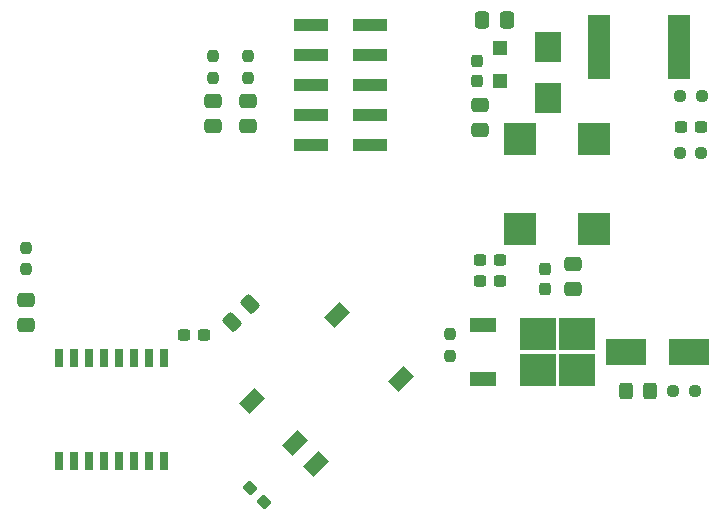
<source format=gbp>
%TF.GenerationSoftware,KiCad,Pcbnew,(6.0.11)*%
%TF.CreationDate,2023-05-09T17:29:38+10:00*%
%TF.ProjectId,LV_MASTER_A_SAMPLE,4c565f4d-4153-4544-9552-5f415f53414d,1*%
%TF.SameCoordinates,Original*%
%TF.FileFunction,Paste,Bot*%
%TF.FilePolarity,Positive*%
%FSLAX46Y46*%
G04 Gerber Fmt 4.6, Leading zero omitted, Abs format (unit mm)*
G04 Created by KiCad (PCBNEW (6.0.11)) date 2023-05-09 17:29:38*
%MOMM*%
%LPD*%
G01*
G04 APERTURE LIST*
G04 Aperture macros list*
%AMRoundRect*
0 Rectangle with rounded corners*
0 $1 Rounding radius*
0 $2 $3 $4 $5 $6 $7 $8 $9 X,Y pos of 4 corners*
0 Add a 4 corners polygon primitive as box body*
4,1,4,$2,$3,$4,$5,$6,$7,$8,$9,$2,$3,0*
0 Add four circle primitives for the rounded corners*
1,1,$1+$1,$2,$3*
1,1,$1+$1,$4,$5*
1,1,$1+$1,$6,$7*
1,1,$1+$1,$8,$9*
0 Add four rect primitives between the rounded corners*
20,1,$1+$1,$2,$3,$4,$5,0*
20,1,$1+$1,$4,$5,$6,$7,0*
20,1,$1+$1,$6,$7,$8,$9,0*
20,1,$1+$1,$8,$9,$2,$3,0*%
%AMRotRect*
0 Rectangle, with rotation*
0 The origin of the aperture is its center*
0 $1 length*
0 $2 width*
0 $3 Rotation angle, in degrees counterclockwise*
0 Add horizontal line*
21,1,$1,$2,0,0,$3*%
G04 Aperture macros list end*
%ADD10RoundRect,0.237500X0.237500X-0.300000X0.237500X0.300000X-0.237500X0.300000X-0.237500X-0.300000X0*%
%ADD11R,2.300000X2.500000*%
%ADD12R,0.800000X1.595000*%
%ADD13RoundRect,0.250000X-0.475000X0.337500X-0.475000X-0.337500X0.475000X-0.337500X0.475000X0.337500X0*%
%ADD14RoundRect,0.237500X-0.237500X0.250000X-0.237500X-0.250000X0.237500X-0.250000X0.237500X0.250000X0*%
%ADD15RoundRect,0.237500X-0.250000X-0.237500X0.250000X-0.237500X0.250000X0.237500X-0.250000X0.237500X0*%
%ADD16RoundRect,0.250000X-0.325000X-0.450000X0.325000X-0.450000X0.325000X0.450000X-0.325000X0.450000X0*%
%ADD17RoundRect,0.250000X-0.097227X0.574524X-0.574524X0.097227X0.097227X-0.574524X0.574524X-0.097227X0*%
%ADD18RoundRect,0.237500X0.300000X0.237500X-0.300000X0.237500X-0.300000X-0.237500X0.300000X-0.237500X0*%
%ADD19R,3.500000X2.300000*%
%ADD20RoundRect,0.250000X0.475000X-0.337500X0.475000X0.337500X-0.475000X0.337500X-0.475000X-0.337500X0*%
%ADD21R,2.700000X2.700000*%
%ADD22RoundRect,0.250000X0.337500X0.475000X-0.337500X0.475000X-0.337500X-0.475000X0.337500X-0.475000X0*%
%ADD23RotRect,1.200000X1.800000X135.000000*%
%ADD24R,1.920000X5.450000*%
%ADD25RoundRect,0.237500X0.250000X0.237500X-0.250000X0.237500X-0.250000X-0.237500X0.250000X-0.237500X0*%
%ADD26R,1.200000X1.200000*%
%ADD27R,3.050000X2.750000*%
%ADD28R,2.200000X1.200000*%
%ADD29RoundRect,0.237500X-0.380070X0.044194X0.044194X-0.380070X0.380070X-0.044194X-0.044194X0.380070X0*%
%ADD30R,3.000000X1.000000*%
G04 APERTURE END LIST*
D10*
%TO.C,C50*%
X155766200Y-97166300D03*
X155766200Y-95441300D03*
%TD*%
D11*
%TO.C,D4*%
X155957600Y-76723200D03*
X155957600Y-81023200D03*
%TD*%
D12*
%TO.C,T1*%
X123457400Y-111733000D03*
X122187400Y-111733000D03*
X120917400Y-111733000D03*
X119647400Y-111733000D03*
X118377400Y-111733000D03*
X117107400Y-111733000D03*
X115837400Y-111733000D03*
X114567400Y-111733000D03*
X114567400Y-103029000D03*
X115837400Y-103029000D03*
X117107400Y-103029000D03*
X118377400Y-103029000D03*
X119647400Y-103029000D03*
X120917400Y-103029000D03*
X122187400Y-103029000D03*
X123457400Y-103029000D03*
%TD*%
D13*
%TO.C,C20*%
X150254400Y-81629300D03*
X150254400Y-83704300D03*
%TD*%
%TO.C,D2*%
X127648400Y-81299100D03*
X127648400Y-83374100D03*
%TD*%
D14*
%TO.C,R2*%
X127648400Y-77461700D03*
X127648400Y-79286700D03*
%TD*%
D10*
%TO.C,C21*%
X149949600Y-79574000D03*
X149949600Y-77849000D03*
%TD*%
D14*
%TO.C,R26*%
X147714400Y-100982100D03*
X147714400Y-102807100D03*
%TD*%
D15*
%TO.C,R27*%
X166564550Y-105831600D03*
X168389550Y-105831600D03*
%TD*%
D16*
%TO.C,D9*%
X162541850Y-105831600D03*
X164591850Y-105831600D03*
%TD*%
D17*
%TO.C,C17*%
X130718823Y-98468577D03*
X129251577Y-99935823D03*
%TD*%
D18*
%TO.C,C23*%
X151904300Y-96509800D03*
X150179300Y-96509800D03*
%TD*%
D15*
%TO.C,R7*%
X167145400Y-85699650D03*
X168970400Y-85699650D03*
%TD*%
D19*
%TO.C,D8*%
X162548000Y-102529600D03*
X167948000Y-102529600D03*
%TD*%
D13*
%TO.C,D3*%
X130565400Y-81299100D03*
X130565400Y-83374100D03*
%TD*%
D14*
%TO.C,R3*%
X130565400Y-77461700D03*
X130565400Y-79286700D03*
%TD*%
D13*
%TO.C,D1*%
X111773400Y-98117800D03*
X111773400Y-100192800D03*
%TD*%
D18*
%TO.C,C37*%
X168974200Y-83479600D03*
X167249200Y-83479600D03*
%TD*%
%TO.C,C38*%
X126859900Y-101081800D03*
X125134900Y-101081800D03*
%TD*%
D20*
%TO.C,C24*%
X158128400Y-97166300D03*
X158128400Y-95091300D03*
%TD*%
D14*
%TO.C,R1*%
X111773400Y-93670800D03*
X111773400Y-95495800D03*
%TD*%
D21*
%TO.C,L1*%
X153621400Y-84495600D03*
X153621400Y-92115600D03*
X159831400Y-92115600D03*
X159841400Y-84495600D03*
%TD*%
D22*
%TO.C,C16*%
X152467100Y-74437200D03*
X150392100Y-74437200D03*
%TD*%
D23*
%TO.C,PS1*%
X136330920Y-112011434D03*
X134534869Y-110215383D03*
X130942767Y-106623281D03*
X138155256Y-99410792D03*
X143543409Y-104798945D03*
%TD*%
D24*
%TO.C,F1*%
X167082800Y-76723200D03*
X160312800Y-76723200D03*
%TD*%
D25*
%TO.C,R6*%
X168975300Y-80812600D03*
X167150300Y-80812600D03*
%TD*%
D18*
%TO.C,C22*%
X151904300Y-94681000D03*
X150179300Y-94681000D03*
%TD*%
D26*
%TO.C,D5*%
X151912200Y-79574000D03*
X151912200Y-76774000D03*
%TD*%
D27*
%TO.C,Q1*%
X158474400Y-104054600D03*
X155124400Y-104054600D03*
X155124400Y-101004600D03*
X158474400Y-101004600D03*
D28*
X150499400Y-104809600D03*
X150499400Y-100249600D03*
%TD*%
D29*
%TO.C,C13*%
X130746920Y-114010120D03*
X131966680Y-115229880D03*
%TD*%
D30*
%TO.C,J4*%
X135898000Y-74843600D03*
X140938000Y-74843600D03*
X135898000Y-77383600D03*
X140938000Y-77383600D03*
X135898000Y-79923600D03*
X140938000Y-79923600D03*
X135898000Y-82463600D03*
X140938000Y-82463600D03*
X135898000Y-85003600D03*
X140938000Y-85003600D03*
%TD*%
M02*

</source>
